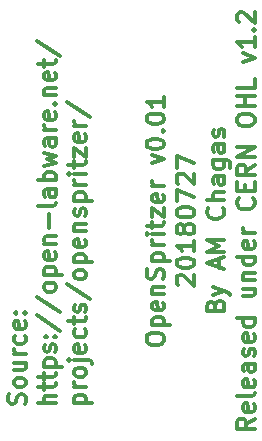
<source format=gbr>
G04 #@! TF.GenerationSoftware,KiCad,Pcbnew,(5.0.0)*
G04 #@! TF.CreationDate,2018-07-27T16:10:51+01:00*
G04 #@! TF.ProjectId,OpenSpritzer,4F70656E53707269747A65722E6B6963,rev?*
G04 #@! TF.SameCoordinates,Original*
G04 #@! TF.FileFunction,Legend,Bot*
G04 #@! TF.FilePolarity,Positive*
%FSLAX46Y46*%
G04 Gerber Fmt 4.6, Leading zero omitted, Abs format (unit mm)*
G04 Created by KiCad (PCBNEW (5.0.0)) date 07/27/18 16:10:51*
%MOMM*%
%LPD*%
G01*
G04 APERTURE LIST*
%ADD10C,0.300000*%
G04 APERTURE END LIST*
D10*
X105557142Y-122019285D02*
X105628571Y-121805000D01*
X105628571Y-121447857D01*
X105557142Y-121305000D01*
X105485714Y-121233571D01*
X105342857Y-121162142D01*
X105200000Y-121162142D01*
X105057142Y-121233571D01*
X104985714Y-121305000D01*
X104914285Y-121447857D01*
X104842857Y-121733571D01*
X104771428Y-121876428D01*
X104700000Y-121947857D01*
X104557142Y-122019285D01*
X104414285Y-122019285D01*
X104271428Y-121947857D01*
X104200000Y-121876428D01*
X104128571Y-121733571D01*
X104128571Y-121376428D01*
X104200000Y-121162142D01*
X105628571Y-120305000D02*
X105557142Y-120447857D01*
X105485714Y-120519285D01*
X105342857Y-120590714D01*
X104914285Y-120590714D01*
X104771428Y-120519285D01*
X104700000Y-120447857D01*
X104628571Y-120305000D01*
X104628571Y-120090714D01*
X104700000Y-119947857D01*
X104771428Y-119876428D01*
X104914285Y-119805000D01*
X105342857Y-119805000D01*
X105485714Y-119876428D01*
X105557142Y-119947857D01*
X105628571Y-120090714D01*
X105628571Y-120305000D01*
X104628571Y-118519285D02*
X105628571Y-118519285D01*
X104628571Y-119162142D02*
X105414285Y-119162142D01*
X105557142Y-119090714D01*
X105628571Y-118947857D01*
X105628571Y-118733571D01*
X105557142Y-118590714D01*
X105485714Y-118519285D01*
X105628571Y-117805000D02*
X104628571Y-117805000D01*
X104914285Y-117805000D02*
X104771428Y-117733571D01*
X104700000Y-117662142D01*
X104628571Y-117519285D01*
X104628571Y-117376428D01*
X105557142Y-116233571D02*
X105628571Y-116376428D01*
X105628571Y-116662142D01*
X105557142Y-116805000D01*
X105485714Y-116876428D01*
X105342857Y-116947857D01*
X104914285Y-116947857D01*
X104771428Y-116876428D01*
X104700000Y-116805000D01*
X104628571Y-116662142D01*
X104628571Y-116376428D01*
X104700000Y-116233571D01*
X105557142Y-115019285D02*
X105628571Y-115162142D01*
X105628571Y-115447857D01*
X105557142Y-115590714D01*
X105414285Y-115662142D01*
X104842857Y-115662142D01*
X104700000Y-115590714D01*
X104628571Y-115447857D01*
X104628571Y-115162142D01*
X104700000Y-115019285D01*
X104842857Y-114947857D01*
X104985714Y-114947857D01*
X105128571Y-115662142D01*
X105485714Y-114305000D02*
X105557142Y-114233571D01*
X105628571Y-114305000D01*
X105557142Y-114376428D01*
X105485714Y-114305000D01*
X105628571Y-114305000D01*
X104700000Y-114305000D02*
X104771428Y-114233571D01*
X104842857Y-114305000D01*
X104771428Y-114376428D01*
X104700000Y-114305000D01*
X104842857Y-114305000D01*
X108178571Y-121947857D02*
X106678571Y-121947857D01*
X108178571Y-121305000D02*
X107392857Y-121305000D01*
X107250000Y-121376428D01*
X107178571Y-121519285D01*
X107178571Y-121733571D01*
X107250000Y-121876428D01*
X107321428Y-121947857D01*
X107178571Y-120805000D02*
X107178571Y-120233571D01*
X106678571Y-120590714D02*
X107964285Y-120590714D01*
X108107142Y-120519285D01*
X108178571Y-120376428D01*
X108178571Y-120233571D01*
X107178571Y-119947857D02*
X107178571Y-119376428D01*
X106678571Y-119733571D02*
X107964285Y-119733571D01*
X108107142Y-119662142D01*
X108178571Y-119519285D01*
X108178571Y-119376428D01*
X107178571Y-118876428D02*
X108678571Y-118876428D01*
X107250000Y-118876428D02*
X107178571Y-118733571D01*
X107178571Y-118447857D01*
X107250000Y-118305000D01*
X107321428Y-118233571D01*
X107464285Y-118162142D01*
X107892857Y-118162142D01*
X108035714Y-118233571D01*
X108107142Y-118305000D01*
X108178571Y-118447857D01*
X108178571Y-118733571D01*
X108107142Y-118876428D01*
X108107142Y-117590714D02*
X108178571Y-117447857D01*
X108178571Y-117162142D01*
X108107142Y-117019285D01*
X107964285Y-116947857D01*
X107892857Y-116947857D01*
X107750000Y-117019285D01*
X107678571Y-117162142D01*
X107678571Y-117376428D01*
X107607142Y-117519285D01*
X107464285Y-117590714D01*
X107392857Y-117590714D01*
X107250000Y-117519285D01*
X107178571Y-117376428D01*
X107178571Y-117162142D01*
X107250000Y-117019285D01*
X108035714Y-116305000D02*
X108107142Y-116233571D01*
X108178571Y-116305000D01*
X108107142Y-116376428D01*
X108035714Y-116305000D01*
X108178571Y-116305000D01*
X107250000Y-116305000D02*
X107321428Y-116233571D01*
X107392857Y-116305000D01*
X107321428Y-116376428D01*
X107250000Y-116305000D01*
X107392857Y-116305000D01*
X106607142Y-114519285D02*
X108535714Y-115805000D01*
X106607142Y-112947857D02*
X108535714Y-114233571D01*
X108178571Y-112233571D02*
X108107142Y-112376428D01*
X108035714Y-112447857D01*
X107892857Y-112519285D01*
X107464285Y-112519285D01*
X107321428Y-112447857D01*
X107250000Y-112376428D01*
X107178571Y-112233571D01*
X107178571Y-112019285D01*
X107250000Y-111876428D01*
X107321428Y-111805000D01*
X107464285Y-111733571D01*
X107892857Y-111733571D01*
X108035714Y-111805000D01*
X108107142Y-111876428D01*
X108178571Y-112019285D01*
X108178571Y-112233571D01*
X107178571Y-111090714D02*
X108678571Y-111090714D01*
X107250000Y-111090714D02*
X107178571Y-110947857D01*
X107178571Y-110662142D01*
X107250000Y-110519285D01*
X107321428Y-110447857D01*
X107464285Y-110376428D01*
X107892857Y-110376428D01*
X108035714Y-110447857D01*
X108107142Y-110519285D01*
X108178571Y-110662142D01*
X108178571Y-110947857D01*
X108107142Y-111090714D01*
X108107142Y-109162142D02*
X108178571Y-109305000D01*
X108178571Y-109590714D01*
X108107142Y-109733571D01*
X107964285Y-109805000D01*
X107392857Y-109805000D01*
X107250000Y-109733571D01*
X107178571Y-109590714D01*
X107178571Y-109305000D01*
X107250000Y-109162142D01*
X107392857Y-109090714D01*
X107535714Y-109090714D01*
X107678571Y-109805000D01*
X107178571Y-108447857D02*
X108178571Y-108447857D01*
X107321428Y-108447857D02*
X107250000Y-108376428D01*
X107178571Y-108233571D01*
X107178571Y-108019285D01*
X107250000Y-107876428D01*
X107392857Y-107805000D01*
X108178571Y-107805000D01*
X107607142Y-107090714D02*
X107607142Y-105947857D01*
X108178571Y-105019285D02*
X108107142Y-105162142D01*
X107964285Y-105233571D01*
X106678571Y-105233571D01*
X108178571Y-103805000D02*
X107392857Y-103805000D01*
X107250000Y-103876428D01*
X107178571Y-104019285D01*
X107178571Y-104305000D01*
X107250000Y-104447857D01*
X108107142Y-103805000D02*
X108178571Y-103947857D01*
X108178571Y-104305000D01*
X108107142Y-104447857D01*
X107964285Y-104519285D01*
X107821428Y-104519285D01*
X107678571Y-104447857D01*
X107607142Y-104305000D01*
X107607142Y-103947857D01*
X107535714Y-103805000D01*
X108178571Y-103090714D02*
X106678571Y-103090714D01*
X107250000Y-103090714D02*
X107178571Y-102947857D01*
X107178571Y-102662142D01*
X107250000Y-102519285D01*
X107321428Y-102447857D01*
X107464285Y-102376428D01*
X107892857Y-102376428D01*
X108035714Y-102447857D01*
X108107142Y-102519285D01*
X108178571Y-102662142D01*
X108178571Y-102947857D01*
X108107142Y-103090714D01*
X107178571Y-101876428D02*
X108178571Y-101590714D01*
X107464285Y-101305000D01*
X108178571Y-101019285D01*
X107178571Y-100733571D01*
X108178571Y-99519285D02*
X107392857Y-99519285D01*
X107250000Y-99590714D01*
X107178571Y-99733571D01*
X107178571Y-100019285D01*
X107250000Y-100162142D01*
X108107142Y-99519285D02*
X108178571Y-99662142D01*
X108178571Y-100019285D01*
X108107142Y-100162142D01*
X107964285Y-100233571D01*
X107821428Y-100233571D01*
X107678571Y-100162142D01*
X107607142Y-100019285D01*
X107607142Y-99662142D01*
X107535714Y-99519285D01*
X108178571Y-98805000D02*
X107178571Y-98805000D01*
X107464285Y-98805000D02*
X107321428Y-98733571D01*
X107250000Y-98662142D01*
X107178571Y-98519285D01*
X107178571Y-98376428D01*
X108107142Y-97305000D02*
X108178571Y-97447857D01*
X108178571Y-97733571D01*
X108107142Y-97876428D01*
X107964285Y-97947857D01*
X107392857Y-97947857D01*
X107250000Y-97876428D01*
X107178571Y-97733571D01*
X107178571Y-97447857D01*
X107250000Y-97305000D01*
X107392857Y-97233571D01*
X107535714Y-97233571D01*
X107678571Y-97947857D01*
X108035714Y-96590714D02*
X108107142Y-96519285D01*
X108178571Y-96590714D01*
X108107142Y-96662142D01*
X108035714Y-96590714D01*
X108178571Y-96590714D01*
X107178571Y-95876428D02*
X108178571Y-95876428D01*
X107321428Y-95876428D02*
X107250000Y-95805000D01*
X107178571Y-95662142D01*
X107178571Y-95447857D01*
X107250000Y-95305000D01*
X107392857Y-95233571D01*
X108178571Y-95233571D01*
X108107142Y-93947857D02*
X108178571Y-94090714D01*
X108178571Y-94376428D01*
X108107142Y-94519285D01*
X107964285Y-94590714D01*
X107392857Y-94590714D01*
X107250000Y-94519285D01*
X107178571Y-94376428D01*
X107178571Y-94090714D01*
X107250000Y-93947857D01*
X107392857Y-93876428D01*
X107535714Y-93876428D01*
X107678571Y-94590714D01*
X107178571Y-93447857D02*
X107178571Y-92876428D01*
X106678571Y-93233571D02*
X107964285Y-93233571D01*
X108107142Y-93162142D01*
X108178571Y-93019285D01*
X108178571Y-92876428D01*
X106607142Y-91305000D02*
X108535714Y-92590714D01*
X109728571Y-121947857D02*
X111228571Y-121947857D01*
X109800000Y-121947857D02*
X109728571Y-121805000D01*
X109728571Y-121519285D01*
X109800000Y-121376428D01*
X109871428Y-121305000D01*
X110014285Y-121233571D01*
X110442857Y-121233571D01*
X110585714Y-121305000D01*
X110657142Y-121376428D01*
X110728571Y-121519285D01*
X110728571Y-121805000D01*
X110657142Y-121947857D01*
X110728571Y-120590714D02*
X109728571Y-120590714D01*
X110014285Y-120590714D02*
X109871428Y-120519285D01*
X109800000Y-120447857D01*
X109728571Y-120305000D01*
X109728571Y-120162142D01*
X110728571Y-119447857D02*
X110657142Y-119590714D01*
X110585714Y-119662142D01*
X110442857Y-119733571D01*
X110014285Y-119733571D01*
X109871428Y-119662142D01*
X109800000Y-119590714D01*
X109728571Y-119447857D01*
X109728571Y-119233571D01*
X109800000Y-119090714D01*
X109871428Y-119019285D01*
X110014285Y-118947857D01*
X110442857Y-118947857D01*
X110585714Y-119019285D01*
X110657142Y-119090714D01*
X110728571Y-119233571D01*
X110728571Y-119447857D01*
X109728571Y-118305000D02*
X111014285Y-118305000D01*
X111157142Y-118376428D01*
X111228571Y-118519285D01*
X111228571Y-118590714D01*
X109228571Y-118305000D02*
X109300000Y-118376428D01*
X109371428Y-118305000D01*
X109300000Y-118233571D01*
X109228571Y-118305000D01*
X109371428Y-118305000D01*
X110657142Y-117019285D02*
X110728571Y-117162142D01*
X110728571Y-117447857D01*
X110657142Y-117590714D01*
X110514285Y-117662142D01*
X109942857Y-117662142D01*
X109800000Y-117590714D01*
X109728571Y-117447857D01*
X109728571Y-117162142D01*
X109800000Y-117019285D01*
X109942857Y-116947857D01*
X110085714Y-116947857D01*
X110228571Y-117662142D01*
X110657142Y-115662142D02*
X110728571Y-115805000D01*
X110728571Y-116090714D01*
X110657142Y-116233571D01*
X110585714Y-116305000D01*
X110442857Y-116376428D01*
X110014285Y-116376428D01*
X109871428Y-116305000D01*
X109800000Y-116233571D01*
X109728571Y-116090714D01*
X109728571Y-115805000D01*
X109800000Y-115662142D01*
X109728571Y-115233571D02*
X109728571Y-114662142D01*
X109228571Y-115019285D02*
X110514285Y-115019285D01*
X110657142Y-114947857D01*
X110728571Y-114805000D01*
X110728571Y-114662142D01*
X110657142Y-114233571D02*
X110728571Y-114090714D01*
X110728571Y-113805000D01*
X110657142Y-113662142D01*
X110514285Y-113590714D01*
X110442857Y-113590714D01*
X110300000Y-113662142D01*
X110228571Y-113805000D01*
X110228571Y-114019285D01*
X110157142Y-114162142D01*
X110014285Y-114233571D01*
X109942857Y-114233571D01*
X109800000Y-114162142D01*
X109728571Y-114019285D01*
X109728571Y-113805000D01*
X109800000Y-113662142D01*
X109157142Y-111876428D02*
X111085714Y-113162142D01*
X110728571Y-111162142D02*
X110657142Y-111305000D01*
X110585714Y-111376428D01*
X110442857Y-111447857D01*
X110014285Y-111447857D01*
X109871428Y-111376428D01*
X109800000Y-111305000D01*
X109728571Y-111162142D01*
X109728571Y-110947857D01*
X109800000Y-110805000D01*
X109871428Y-110733571D01*
X110014285Y-110662142D01*
X110442857Y-110662142D01*
X110585714Y-110733571D01*
X110657142Y-110805000D01*
X110728571Y-110947857D01*
X110728571Y-111162142D01*
X109728571Y-110019285D02*
X111228571Y-110019285D01*
X109800000Y-110019285D02*
X109728571Y-109876428D01*
X109728571Y-109590714D01*
X109800000Y-109447857D01*
X109871428Y-109376428D01*
X110014285Y-109305000D01*
X110442857Y-109305000D01*
X110585714Y-109376428D01*
X110657142Y-109447857D01*
X110728571Y-109590714D01*
X110728571Y-109876428D01*
X110657142Y-110019285D01*
X110657142Y-108090714D02*
X110728571Y-108233571D01*
X110728571Y-108519285D01*
X110657142Y-108662142D01*
X110514285Y-108733571D01*
X109942857Y-108733571D01*
X109800000Y-108662142D01*
X109728571Y-108519285D01*
X109728571Y-108233571D01*
X109800000Y-108090714D01*
X109942857Y-108019285D01*
X110085714Y-108019285D01*
X110228571Y-108733571D01*
X109728571Y-107376428D02*
X110728571Y-107376428D01*
X109871428Y-107376428D02*
X109800000Y-107305000D01*
X109728571Y-107162142D01*
X109728571Y-106947857D01*
X109800000Y-106805000D01*
X109942857Y-106733571D01*
X110728571Y-106733571D01*
X110657142Y-106090714D02*
X110728571Y-105947857D01*
X110728571Y-105662142D01*
X110657142Y-105519285D01*
X110514285Y-105447857D01*
X110442857Y-105447857D01*
X110300000Y-105519285D01*
X110228571Y-105662142D01*
X110228571Y-105876428D01*
X110157142Y-106019285D01*
X110014285Y-106090714D01*
X109942857Y-106090714D01*
X109800000Y-106019285D01*
X109728571Y-105876428D01*
X109728571Y-105662142D01*
X109800000Y-105519285D01*
X109728571Y-104805000D02*
X111228571Y-104805000D01*
X109800000Y-104805000D02*
X109728571Y-104662142D01*
X109728571Y-104376428D01*
X109800000Y-104233571D01*
X109871428Y-104162142D01*
X110014285Y-104090714D01*
X110442857Y-104090714D01*
X110585714Y-104162142D01*
X110657142Y-104233571D01*
X110728571Y-104376428D01*
X110728571Y-104662142D01*
X110657142Y-104805000D01*
X110728571Y-103447857D02*
X109728571Y-103447857D01*
X110014285Y-103447857D02*
X109871428Y-103376428D01*
X109800000Y-103305000D01*
X109728571Y-103162142D01*
X109728571Y-103019285D01*
X110728571Y-102519285D02*
X109728571Y-102519285D01*
X109228571Y-102519285D02*
X109300000Y-102590714D01*
X109371428Y-102519285D01*
X109300000Y-102447857D01*
X109228571Y-102519285D01*
X109371428Y-102519285D01*
X109728571Y-102019285D02*
X109728571Y-101447857D01*
X109228571Y-101805000D02*
X110514285Y-101805000D01*
X110657142Y-101733571D01*
X110728571Y-101590714D01*
X110728571Y-101447857D01*
X109728571Y-101090714D02*
X109728571Y-100305000D01*
X110728571Y-101090714D01*
X110728571Y-100305000D01*
X110657142Y-99162142D02*
X110728571Y-99305000D01*
X110728571Y-99590714D01*
X110657142Y-99733571D01*
X110514285Y-99805000D01*
X109942857Y-99805000D01*
X109800000Y-99733571D01*
X109728571Y-99590714D01*
X109728571Y-99305000D01*
X109800000Y-99162142D01*
X109942857Y-99090714D01*
X110085714Y-99090714D01*
X110228571Y-99805000D01*
X110728571Y-98447857D02*
X109728571Y-98447857D01*
X110014285Y-98447857D02*
X109871428Y-98376428D01*
X109800000Y-98305000D01*
X109728571Y-98162142D01*
X109728571Y-98019285D01*
X109157142Y-96447857D02*
X111085714Y-97733571D01*
X115853571Y-116642857D02*
X115853571Y-116357142D01*
X115925000Y-116214285D01*
X116067857Y-116071428D01*
X116353571Y-116000000D01*
X116853571Y-116000000D01*
X117139285Y-116071428D01*
X117282142Y-116214285D01*
X117353571Y-116357142D01*
X117353571Y-116642857D01*
X117282142Y-116785714D01*
X117139285Y-116928571D01*
X116853571Y-117000000D01*
X116353571Y-117000000D01*
X116067857Y-116928571D01*
X115925000Y-116785714D01*
X115853571Y-116642857D01*
X116353571Y-115357142D02*
X117853571Y-115357142D01*
X116425000Y-115357142D02*
X116353571Y-115214285D01*
X116353571Y-114928571D01*
X116425000Y-114785714D01*
X116496428Y-114714285D01*
X116639285Y-114642857D01*
X117067857Y-114642857D01*
X117210714Y-114714285D01*
X117282142Y-114785714D01*
X117353571Y-114928571D01*
X117353571Y-115214285D01*
X117282142Y-115357142D01*
X117282142Y-113428571D02*
X117353571Y-113571428D01*
X117353571Y-113857142D01*
X117282142Y-114000000D01*
X117139285Y-114071428D01*
X116567857Y-114071428D01*
X116425000Y-114000000D01*
X116353571Y-113857142D01*
X116353571Y-113571428D01*
X116425000Y-113428571D01*
X116567857Y-113357142D01*
X116710714Y-113357142D01*
X116853571Y-114071428D01*
X116353571Y-112714285D02*
X117353571Y-112714285D01*
X116496428Y-112714285D02*
X116425000Y-112642857D01*
X116353571Y-112500000D01*
X116353571Y-112285714D01*
X116425000Y-112142857D01*
X116567857Y-112071428D01*
X117353571Y-112071428D01*
X117282142Y-111428571D02*
X117353571Y-111214285D01*
X117353571Y-110857142D01*
X117282142Y-110714285D01*
X117210714Y-110642857D01*
X117067857Y-110571428D01*
X116925000Y-110571428D01*
X116782142Y-110642857D01*
X116710714Y-110714285D01*
X116639285Y-110857142D01*
X116567857Y-111142857D01*
X116496428Y-111285714D01*
X116425000Y-111357142D01*
X116282142Y-111428571D01*
X116139285Y-111428571D01*
X115996428Y-111357142D01*
X115925000Y-111285714D01*
X115853571Y-111142857D01*
X115853571Y-110785714D01*
X115925000Y-110571428D01*
X116353571Y-109928571D02*
X117853571Y-109928571D01*
X116425000Y-109928571D02*
X116353571Y-109785714D01*
X116353571Y-109500000D01*
X116425000Y-109357142D01*
X116496428Y-109285714D01*
X116639285Y-109214285D01*
X117067857Y-109214285D01*
X117210714Y-109285714D01*
X117282142Y-109357142D01*
X117353571Y-109500000D01*
X117353571Y-109785714D01*
X117282142Y-109928571D01*
X117353571Y-108571428D02*
X116353571Y-108571428D01*
X116639285Y-108571428D02*
X116496428Y-108500000D01*
X116425000Y-108428571D01*
X116353571Y-108285714D01*
X116353571Y-108142857D01*
X117353571Y-107642857D02*
X116353571Y-107642857D01*
X115853571Y-107642857D02*
X115925000Y-107714285D01*
X115996428Y-107642857D01*
X115925000Y-107571428D01*
X115853571Y-107642857D01*
X115996428Y-107642857D01*
X116353571Y-107142857D02*
X116353571Y-106571428D01*
X115853571Y-106928571D02*
X117139285Y-106928571D01*
X117282142Y-106857142D01*
X117353571Y-106714285D01*
X117353571Y-106571428D01*
X116353571Y-106214285D02*
X116353571Y-105428571D01*
X117353571Y-106214285D01*
X117353571Y-105428571D01*
X117282142Y-104285714D02*
X117353571Y-104428571D01*
X117353571Y-104714285D01*
X117282142Y-104857142D01*
X117139285Y-104928571D01*
X116567857Y-104928571D01*
X116425000Y-104857142D01*
X116353571Y-104714285D01*
X116353571Y-104428571D01*
X116425000Y-104285714D01*
X116567857Y-104214285D01*
X116710714Y-104214285D01*
X116853571Y-104928571D01*
X117353571Y-103571428D02*
X116353571Y-103571428D01*
X116639285Y-103571428D02*
X116496428Y-103500000D01*
X116425000Y-103428571D01*
X116353571Y-103285714D01*
X116353571Y-103142857D01*
X116353571Y-101642857D02*
X117353571Y-101285714D01*
X116353571Y-100928571D01*
X115853571Y-100071428D02*
X115853571Y-99928571D01*
X115925000Y-99785714D01*
X115996428Y-99714285D01*
X116139285Y-99642857D01*
X116425000Y-99571428D01*
X116782142Y-99571428D01*
X117067857Y-99642857D01*
X117210714Y-99714285D01*
X117282142Y-99785714D01*
X117353571Y-99928571D01*
X117353571Y-100071428D01*
X117282142Y-100214285D01*
X117210714Y-100285714D01*
X117067857Y-100357142D01*
X116782142Y-100428571D01*
X116425000Y-100428571D01*
X116139285Y-100357142D01*
X115996428Y-100285714D01*
X115925000Y-100214285D01*
X115853571Y-100071428D01*
X117210714Y-98928571D02*
X117282142Y-98857142D01*
X117353571Y-98928571D01*
X117282142Y-99000000D01*
X117210714Y-98928571D01*
X117353571Y-98928571D01*
X115853571Y-97928571D02*
X115853571Y-97785714D01*
X115925000Y-97642857D01*
X115996428Y-97571428D01*
X116139285Y-97500000D01*
X116425000Y-97428571D01*
X116782142Y-97428571D01*
X117067857Y-97500000D01*
X117210714Y-97571428D01*
X117282142Y-97642857D01*
X117353571Y-97785714D01*
X117353571Y-97928571D01*
X117282142Y-98071428D01*
X117210714Y-98142857D01*
X117067857Y-98214285D01*
X116782142Y-98285714D01*
X116425000Y-98285714D01*
X116139285Y-98214285D01*
X115996428Y-98142857D01*
X115925000Y-98071428D01*
X115853571Y-97928571D01*
X117353571Y-96000000D02*
X117353571Y-96857142D01*
X117353571Y-96428571D02*
X115853571Y-96428571D01*
X116067857Y-96571428D01*
X116210714Y-96714285D01*
X116282142Y-96857142D01*
X118546428Y-111928571D02*
X118475000Y-111857142D01*
X118403571Y-111714285D01*
X118403571Y-111357142D01*
X118475000Y-111214285D01*
X118546428Y-111142857D01*
X118689285Y-111071428D01*
X118832142Y-111071428D01*
X119046428Y-111142857D01*
X119903571Y-112000000D01*
X119903571Y-111071428D01*
X118403571Y-110142857D02*
X118403571Y-110000000D01*
X118475000Y-109857142D01*
X118546428Y-109785714D01*
X118689285Y-109714285D01*
X118975000Y-109642857D01*
X119332142Y-109642857D01*
X119617857Y-109714285D01*
X119760714Y-109785714D01*
X119832142Y-109857142D01*
X119903571Y-110000000D01*
X119903571Y-110142857D01*
X119832142Y-110285714D01*
X119760714Y-110357142D01*
X119617857Y-110428571D01*
X119332142Y-110500000D01*
X118975000Y-110500000D01*
X118689285Y-110428571D01*
X118546428Y-110357142D01*
X118475000Y-110285714D01*
X118403571Y-110142857D01*
X119903571Y-108214285D02*
X119903571Y-109071428D01*
X119903571Y-108642857D02*
X118403571Y-108642857D01*
X118617857Y-108785714D01*
X118760714Y-108928571D01*
X118832142Y-109071428D01*
X119046428Y-107357142D02*
X118975000Y-107500000D01*
X118903571Y-107571428D01*
X118760714Y-107642857D01*
X118689285Y-107642857D01*
X118546428Y-107571428D01*
X118475000Y-107500000D01*
X118403571Y-107357142D01*
X118403571Y-107071428D01*
X118475000Y-106928571D01*
X118546428Y-106857142D01*
X118689285Y-106785714D01*
X118760714Y-106785714D01*
X118903571Y-106857142D01*
X118975000Y-106928571D01*
X119046428Y-107071428D01*
X119046428Y-107357142D01*
X119117857Y-107500000D01*
X119189285Y-107571428D01*
X119332142Y-107642857D01*
X119617857Y-107642857D01*
X119760714Y-107571428D01*
X119832142Y-107500000D01*
X119903571Y-107357142D01*
X119903571Y-107071428D01*
X119832142Y-106928571D01*
X119760714Y-106857142D01*
X119617857Y-106785714D01*
X119332142Y-106785714D01*
X119189285Y-106857142D01*
X119117857Y-106928571D01*
X119046428Y-107071428D01*
X118403571Y-105857142D02*
X118403571Y-105714285D01*
X118475000Y-105571428D01*
X118546428Y-105500000D01*
X118689285Y-105428571D01*
X118975000Y-105357142D01*
X119332142Y-105357142D01*
X119617857Y-105428571D01*
X119760714Y-105500000D01*
X119832142Y-105571428D01*
X119903571Y-105714285D01*
X119903571Y-105857142D01*
X119832142Y-106000000D01*
X119760714Y-106071428D01*
X119617857Y-106142857D01*
X119332142Y-106214285D01*
X118975000Y-106214285D01*
X118689285Y-106142857D01*
X118546428Y-106071428D01*
X118475000Y-106000000D01*
X118403571Y-105857142D01*
X118403571Y-104857142D02*
X118403571Y-103857142D01*
X119903571Y-104500000D01*
X118546428Y-103357142D02*
X118475000Y-103285714D01*
X118403571Y-103142857D01*
X118403571Y-102785714D01*
X118475000Y-102642857D01*
X118546428Y-102571428D01*
X118689285Y-102500000D01*
X118832142Y-102500000D01*
X119046428Y-102571428D01*
X119903571Y-103428571D01*
X119903571Y-102500000D01*
X118403571Y-102000000D02*
X118403571Y-101000000D01*
X119903571Y-101642857D01*
X121667857Y-113678571D02*
X121739285Y-113464285D01*
X121810714Y-113392857D01*
X121953571Y-113321428D01*
X122167857Y-113321428D01*
X122310714Y-113392857D01*
X122382142Y-113464285D01*
X122453571Y-113607142D01*
X122453571Y-114178571D01*
X120953571Y-114178571D01*
X120953571Y-113678571D01*
X121025000Y-113535714D01*
X121096428Y-113464285D01*
X121239285Y-113392857D01*
X121382142Y-113392857D01*
X121525000Y-113464285D01*
X121596428Y-113535714D01*
X121667857Y-113678571D01*
X121667857Y-114178571D01*
X121453571Y-112821428D02*
X122453571Y-112464285D01*
X121453571Y-112107142D02*
X122453571Y-112464285D01*
X122810714Y-112607142D01*
X122882142Y-112678571D01*
X122953571Y-112821428D01*
X122025000Y-110464285D02*
X122025000Y-109750000D01*
X122453571Y-110607142D02*
X120953571Y-110107142D01*
X122453571Y-109607142D01*
X122453571Y-109107142D02*
X120953571Y-109107142D01*
X122025000Y-108607142D01*
X120953571Y-108107142D01*
X122453571Y-108107142D01*
X122310714Y-105392857D02*
X122382142Y-105464285D01*
X122453571Y-105678571D01*
X122453571Y-105821428D01*
X122382142Y-106035714D01*
X122239285Y-106178571D01*
X122096428Y-106250000D01*
X121810714Y-106321428D01*
X121596428Y-106321428D01*
X121310714Y-106250000D01*
X121167857Y-106178571D01*
X121025000Y-106035714D01*
X120953571Y-105821428D01*
X120953571Y-105678571D01*
X121025000Y-105464285D01*
X121096428Y-105392857D01*
X122453571Y-104750000D02*
X120953571Y-104750000D01*
X122453571Y-104107142D02*
X121667857Y-104107142D01*
X121525000Y-104178571D01*
X121453571Y-104321428D01*
X121453571Y-104535714D01*
X121525000Y-104678571D01*
X121596428Y-104750000D01*
X122453571Y-102750000D02*
X121667857Y-102750000D01*
X121525000Y-102821428D01*
X121453571Y-102964285D01*
X121453571Y-103250000D01*
X121525000Y-103392857D01*
X122382142Y-102750000D02*
X122453571Y-102892857D01*
X122453571Y-103250000D01*
X122382142Y-103392857D01*
X122239285Y-103464285D01*
X122096428Y-103464285D01*
X121953571Y-103392857D01*
X121882142Y-103250000D01*
X121882142Y-102892857D01*
X121810714Y-102750000D01*
X121453571Y-101392857D02*
X122667857Y-101392857D01*
X122810714Y-101464285D01*
X122882142Y-101535714D01*
X122953571Y-101678571D01*
X122953571Y-101892857D01*
X122882142Y-102035714D01*
X122382142Y-101392857D02*
X122453571Y-101535714D01*
X122453571Y-101821428D01*
X122382142Y-101964285D01*
X122310714Y-102035714D01*
X122167857Y-102107142D01*
X121739285Y-102107142D01*
X121596428Y-102035714D01*
X121525000Y-101964285D01*
X121453571Y-101821428D01*
X121453571Y-101535714D01*
X121525000Y-101392857D01*
X122453571Y-100035714D02*
X121667857Y-100035714D01*
X121525000Y-100107142D01*
X121453571Y-100250000D01*
X121453571Y-100535714D01*
X121525000Y-100678571D01*
X122382142Y-100035714D02*
X122453571Y-100178571D01*
X122453571Y-100535714D01*
X122382142Y-100678571D01*
X122239285Y-100750000D01*
X122096428Y-100750000D01*
X121953571Y-100678571D01*
X121882142Y-100535714D01*
X121882142Y-100178571D01*
X121810714Y-100035714D01*
X122382142Y-99392857D02*
X122453571Y-99250000D01*
X122453571Y-98964285D01*
X122382142Y-98821428D01*
X122239285Y-98750000D01*
X122167857Y-98750000D01*
X122025000Y-98821428D01*
X121953571Y-98964285D01*
X121953571Y-99178571D01*
X121882142Y-99321428D01*
X121739285Y-99392857D01*
X121667857Y-99392857D01*
X121525000Y-99321428D01*
X121453571Y-99178571D01*
X121453571Y-98964285D01*
X121525000Y-98821428D01*
X125003571Y-123250000D02*
X124289285Y-123750000D01*
X125003571Y-124107142D02*
X123503571Y-124107142D01*
X123503571Y-123535714D01*
X123575000Y-123392857D01*
X123646428Y-123321428D01*
X123789285Y-123250000D01*
X124003571Y-123250000D01*
X124146428Y-123321428D01*
X124217857Y-123392857D01*
X124289285Y-123535714D01*
X124289285Y-124107142D01*
X124932142Y-122035714D02*
X125003571Y-122178571D01*
X125003571Y-122464285D01*
X124932142Y-122607142D01*
X124789285Y-122678571D01*
X124217857Y-122678571D01*
X124075000Y-122607142D01*
X124003571Y-122464285D01*
X124003571Y-122178571D01*
X124075000Y-122035714D01*
X124217857Y-121964285D01*
X124360714Y-121964285D01*
X124503571Y-122678571D01*
X125003571Y-121107142D02*
X124932142Y-121250000D01*
X124789285Y-121321428D01*
X123503571Y-121321428D01*
X124932142Y-119964285D02*
X125003571Y-120107142D01*
X125003571Y-120392857D01*
X124932142Y-120535714D01*
X124789285Y-120607142D01*
X124217857Y-120607142D01*
X124075000Y-120535714D01*
X124003571Y-120392857D01*
X124003571Y-120107142D01*
X124075000Y-119964285D01*
X124217857Y-119892857D01*
X124360714Y-119892857D01*
X124503571Y-120607142D01*
X125003571Y-118607142D02*
X124217857Y-118607142D01*
X124075000Y-118678571D01*
X124003571Y-118821428D01*
X124003571Y-119107142D01*
X124075000Y-119250000D01*
X124932142Y-118607142D02*
X125003571Y-118750000D01*
X125003571Y-119107142D01*
X124932142Y-119250000D01*
X124789285Y-119321428D01*
X124646428Y-119321428D01*
X124503571Y-119250000D01*
X124432142Y-119107142D01*
X124432142Y-118750000D01*
X124360714Y-118607142D01*
X124932142Y-117964285D02*
X125003571Y-117821428D01*
X125003571Y-117535714D01*
X124932142Y-117392857D01*
X124789285Y-117321428D01*
X124717857Y-117321428D01*
X124575000Y-117392857D01*
X124503571Y-117535714D01*
X124503571Y-117750000D01*
X124432142Y-117892857D01*
X124289285Y-117964285D01*
X124217857Y-117964285D01*
X124075000Y-117892857D01*
X124003571Y-117750000D01*
X124003571Y-117535714D01*
X124075000Y-117392857D01*
X124932142Y-116107142D02*
X125003571Y-116250000D01*
X125003571Y-116535714D01*
X124932142Y-116678571D01*
X124789285Y-116750000D01*
X124217857Y-116750000D01*
X124075000Y-116678571D01*
X124003571Y-116535714D01*
X124003571Y-116250000D01*
X124075000Y-116107142D01*
X124217857Y-116035714D01*
X124360714Y-116035714D01*
X124503571Y-116750000D01*
X125003571Y-114750000D02*
X123503571Y-114750000D01*
X124932142Y-114750000D02*
X125003571Y-114892857D01*
X125003571Y-115178571D01*
X124932142Y-115321428D01*
X124860714Y-115392857D01*
X124717857Y-115464285D01*
X124289285Y-115464285D01*
X124146428Y-115392857D01*
X124075000Y-115321428D01*
X124003571Y-115178571D01*
X124003571Y-114892857D01*
X124075000Y-114750000D01*
X124003571Y-112250000D02*
X125003571Y-112250000D01*
X124003571Y-112892857D02*
X124789285Y-112892857D01*
X124932142Y-112821428D01*
X125003571Y-112678571D01*
X125003571Y-112464285D01*
X124932142Y-112321428D01*
X124860714Y-112250000D01*
X124003571Y-111535714D02*
X125003571Y-111535714D01*
X124146428Y-111535714D02*
X124075000Y-111464285D01*
X124003571Y-111321428D01*
X124003571Y-111107142D01*
X124075000Y-110964285D01*
X124217857Y-110892857D01*
X125003571Y-110892857D01*
X125003571Y-109535714D02*
X123503571Y-109535714D01*
X124932142Y-109535714D02*
X125003571Y-109678571D01*
X125003571Y-109964285D01*
X124932142Y-110107142D01*
X124860714Y-110178571D01*
X124717857Y-110250000D01*
X124289285Y-110250000D01*
X124146428Y-110178571D01*
X124075000Y-110107142D01*
X124003571Y-109964285D01*
X124003571Y-109678571D01*
X124075000Y-109535714D01*
X124932142Y-108250000D02*
X125003571Y-108392857D01*
X125003571Y-108678571D01*
X124932142Y-108821428D01*
X124789285Y-108892857D01*
X124217857Y-108892857D01*
X124075000Y-108821428D01*
X124003571Y-108678571D01*
X124003571Y-108392857D01*
X124075000Y-108250000D01*
X124217857Y-108178571D01*
X124360714Y-108178571D01*
X124503571Y-108892857D01*
X125003571Y-107535714D02*
X124003571Y-107535714D01*
X124289285Y-107535714D02*
X124146428Y-107464285D01*
X124075000Y-107392857D01*
X124003571Y-107250000D01*
X124003571Y-107107142D01*
X124860714Y-104607142D02*
X124932142Y-104678571D01*
X125003571Y-104892857D01*
X125003571Y-105035714D01*
X124932142Y-105250000D01*
X124789285Y-105392857D01*
X124646428Y-105464285D01*
X124360714Y-105535714D01*
X124146428Y-105535714D01*
X123860714Y-105464285D01*
X123717857Y-105392857D01*
X123575000Y-105250000D01*
X123503571Y-105035714D01*
X123503571Y-104892857D01*
X123575000Y-104678571D01*
X123646428Y-104607142D01*
X124217857Y-103964285D02*
X124217857Y-103464285D01*
X125003571Y-103250000D02*
X125003571Y-103964285D01*
X123503571Y-103964285D01*
X123503571Y-103250000D01*
X125003571Y-101750000D02*
X124289285Y-102250000D01*
X125003571Y-102607142D02*
X123503571Y-102607142D01*
X123503571Y-102035714D01*
X123575000Y-101892857D01*
X123646428Y-101821428D01*
X123789285Y-101750000D01*
X124003571Y-101750000D01*
X124146428Y-101821428D01*
X124217857Y-101892857D01*
X124289285Y-102035714D01*
X124289285Y-102607142D01*
X125003571Y-101107142D02*
X123503571Y-101107142D01*
X125003571Y-100250000D01*
X123503571Y-100250000D01*
X123503571Y-98107142D02*
X123503571Y-97821428D01*
X123575000Y-97678571D01*
X123717857Y-97535714D01*
X124003571Y-97464285D01*
X124503571Y-97464285D01*
X124789285Y-97535714D01*
X124932142Y-97678571D01*
X125003571Y-97821428D01*
X125003571Y-98107142D01*
X124932142Y-98250000D01*
X124789285Y-98392857D01*
X124503571Y-98464285D01*
X124003571Y-98464285D01*
X123717857Y-98392857D01*
X123575000Y-98250000D01*
X123503571Y-98107142D01*
X125003571Y-96821428D02*
X123503571Y-96821428D01*
X124217857Y-96821428D02*
X124217857Y-95964285D01*
X125003571Y-95964285D02*
X123503571Y-95964285D01*
X125003571Y-94535714D02*
X125003571Y-95250000D01*
X123503571Y-95250000D01*
X124003571Y-93035714D02*
X125003571Y-92678571D01*
X124003571Y-92321428D01*
X125003571Y-90964285D02*
X125003571Y-91821428D01*
X125003571Y-91392857D02*
X123503571Y-91392857D01*
X123717857Y-91535714D01*
X123860714Y-91678571D01*
X123932142Y-91821428D01*
X124860714Y-90321428D02*
X124932142Y-90250000D01*
X125003571Y-90321428D01*
X124932142Y-90392857D01*
X124860714Y-90321428D01*
X125003571Y-90321428D01*
X123646428Y-89678571D02*
X123575000Y-89607142D01*
X123503571Y-89464285D01*
X123503571Y-89107142D01*
X123575000Y-88964285D01*
X123646428Y-88892857D01*
X123789285Y-88821428D01*
X123932142Y-88821428D01*
X124146428Y-88892857D01*
X125003571Y-89750000D01*
X125003571Y-88821428D01*
M02*

</source>
